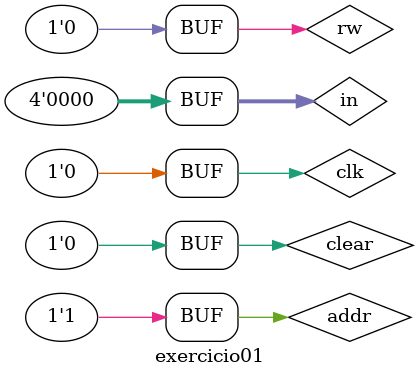
<source format=v>


`include "ram1x4.v"

module exercicio01;
   wire [3:0] out;
   reg  [3:0] in;
   reg clk, rw, addr, clear;

   RAM1x4 R (out, in, clk, rw, addr, clear);

   initial
   begin
   $display (" in     clock  addr  rw  out");
      in = 4'b1010;   clk = 0;   rw = 0;   addr = 0;   clear = 0;
      $monitor ("%b    %b      %b      %b    %b",in, clk, addr, rw, out);
   #1 in = 4'b1010;   clk = 1;   rw = 1;   addr = 1;
   #1 in = 4'b0000;   clk = 0;   rw = 0;   addr = 1;
   #1 in = 4'b0000;   clk = 0;   rw = 0;   addr = 0;
   #1 in = 4'b0000;   clk = 0;   rw = 0;   addr = 1;
   end
endmodule
</source>
